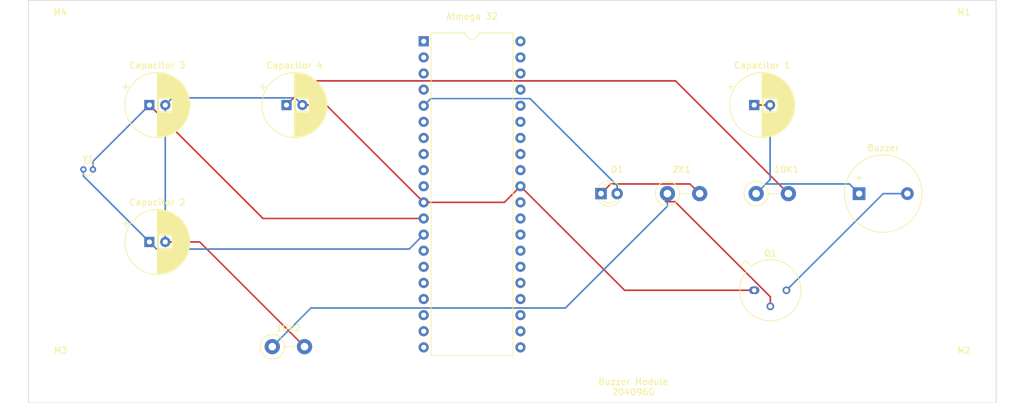
<source format=kicad_pcb>
(kicad_pcb (version 20211014) (generator pcbnew)
  (layers (0 "F.Cu" signal) (31 "B.Cu" signal) (34 "B.Paste" user) (35 "F.Paste" user) (36 "B.SilkS" user "B.Silkscreen") (37 "F.SilkS" user "F.Silkscreen") (38 "B.Mask" user) (39 "F.Mask" user) (44 "Edge.Cuts" user))
  (net 0 "")
  (net 1 "Net-(1uF1-Pad1)")
  (net 2 "Earth")
  (net 3 "Net-(2K1-Pad1)")
  (net 4 "Net-(2K1-Pad2)")
  (net 5 "+6V")
  (net 6 "Net-(22pF1-Pad1)")
  (net 7 "Net-(22pF2-Pad1)")
  (net 8 "Net-(BZ1-Pad2)")
  (net 9 "Net-(D1-Pad2)")
  (footprint "LED_THT:LED_D3.0mm" (layer "F.Cu") (at 153.67 93.98)
    (fp_text reference "D1" (at 2.54 -3.81) (layer "F.SilkS"))
    (fp_text value "LED")
    (pad "1" thru_hole rect (at 0 0) (size 1.8 1.8) (drill 0.9) (layers *.Cu *.Mask) (net 4 "Net-(2K1-Pad2)"))
    (pad "2" thru_hole circle (at 2.54 0) (size 1.8 1.8) (drill 0.9) (layers *.Cu *.Mask) (net 9 "Net-(D1-Pad2)"))
  )
  (footprint "Resistor_THT:R_Axial_DIN0411_L9.9mm_D3.6mm_P5.08mm_Vertical" (layer "F.Cu") (at 164.13 93.98)
    (fp_text reference "2K1" (at 2.24 -3.81) (layer "F.SilkS"))
    (fp_text value "Resistor 1")
    (pad "1" thru_hole circle (at 0 0) (size 2.4 2.4) (drill 1.2) (layers *.Cu *.Mask) (net 3 "Net-(2K1-Pad1)"))
    (pad "2" thru_hole oval (at 5.08 0) (size 2.4 2.4) (drill 1.2) (layers *.Cu *.Mask) (net 4 "Net-(2K1-Pad2)"))
  )
  (footprint "Resistor_THT:R_Axial_DIN0411_L9.9mm_D3.6mm_P5.08mm_Vertical" (layer "F.Cu") (at 101.9 118.11)
    (fp_text reference "10K2" (at 2.54 -2.92) (layer "F.SilkS"))
    (fp_text value "Resistor 3")
    (pad "1" thru_hole circle (at 0 0) (size 2.4 2.4) (drill 1.2) (layers *.Cu *.Mask) (net 3 "Net-(2K1-Pad1)"))
    (pad "2" thru_hole oval (at 5.08 0) (size 2.4 2.4) (drill 1.2) (layers *.Cu *.Mask) (net 2 "Earth"))
  )
  (footprint "Capacitor_THT:CP_Radial_D10.0mm_P2.50mm" (layer "F.Cu") (at 104.14 80.01)
    (fp_text reference "Capacitor 4" (at 1.25 -6.25) (layer "F.SilkS"))
    (fp_text value "1uF")
    (pad "1" thru_hole rect (at 0 0) (size 1.6 1.6) (drill 0.8) (layers *.Cu *.Mask) (net 1 "Net-(1uF1-Pad1)"))
    (pad "2" thru_hole circle (at 2.5 0) (size 1.6 1.6) (drill 0.8) (layers *.Cu *.Mask) (net 2 "Earth"))
  )
  (footprint "MountingHole:MountingHole_2.2mm_M2" (layer "F.Cu") (at 210.82 121.92)
    (fp_text reference "M2" (at 0 -3.2) (layer "F.SilkS"))
    (fp_text value "MountingHole_2.2mm_M2")
    (pad "" np_thru_hole circle (at 0 0) (size 2.2 2.2) (drill 2.2) (layers *.Cu *.Mask))
  )
  (footprint "Buzzer_Beeper:Buzzer_12x9.5RM7.6" (layer "F.Cu") (at 194.32 93.98)
    (fp_text reference "Buzzer" (at 3.8 -7.2) (layer "F.SilkS"))
    (fp_text value "Buzzer")
    (fp_text user "+" (at -0.01 -2.54) (layer "F.SilkS"))
    (pad "1" thru_hole rect (at 0 0) (size 2 2) (drill 1) (layers *.Cu *.Mask) (net 5 "+6V"))
    (pad "2" thru_hole circle (at 7.6 0) (size 2 2) (drill 1) (layers *.Cu *.Mask) (net 8 "Net-(BZ1-Pad2)"))
  )
  (footprint "Crystal:Crystal_DS10_D1.0mm_L4.3mm_Vertical" (layer "F.Cu") (at 72.16 90.17)
    (fp_text reference "Y1" (at 0.75 -1.7) (layer "F.SilkS"))
    (fp_text value "Crystal")
    (pad "1" thru_hole circle (at 0 0) (size 1 1) (drill 0.5) (layers *.Cu *.Mask) (net 6 "Net-(22pF1-Pad1)"))
    (pad "2" thru_hole circle (at 1.5 0) (size 1 1) (drill 0.5) (layers *.Cu *.Mask) (net 7 "Net-(22pF2-Pad1)"))
  )
  (footprint "Package_TO_SOT_THT:TO-39-3" (layer "F.Cu") (at 177.8 109.22)
    (fp_text reference "Q1" (at 2.54 -5.82) (layer "F.SilkS"))
    (fp_text value "NPN Transistor")
    (pad "1" thru_hole oval (at 0 0) (size 1.6 1.2) (drill 0.7) (layers *.Cu *.Mask) (net 2 "Earth"))
    (pad "2" thru_hole oval (at 2.54 2.54) (size 1.2 1.2) (drill 0.7) (layers *.Cu *.Mask) (net 3 "Net-(2K1-Pad1)"))
    (pad "3" thru_hole oval (at 5.08 0) (size 1.2 1.2) (drill 0.7) (layers *.Cu *.Mask) (net 8 "Net-(BZ1-Pad2)"))
  )
  (footprint "Package_DIP:DIP-40_W15.24mm" (layer "F.Cu") (at 125.745354 69.96)
    (fp_text reference "Atmega 32" (at 7.62 -3.92) (layer "F.SilkS"))
    (fp_text value "ATmega32A-P")
    (pad "1" thru_hole rect (at 0 0) (size 1.6 1.6) (drill 0.8) (layers *.Cu *.Mask))
    (pad "2" thru_hole oval (at 0 2.54) (size 1.6 1.6) (drill 0.8) (layers *.Cu *.Mask))
    (pad "3" thru_hole oval (at 0 5.08) (size 1.6 1.6) (drill 0.8) (layers *.Cu *.Mask))
    (pad "4" thru_hole oval (at 0 7.62) (size 1.6 1.6) (drill 0.8) (layers *.Cu *.Mask))
    (pad "5" thru_hole oval (at 0 10.16) (size 1.6 1.6) (drill 0.8) (layers *.Cu *.Mask) (net 9 "Net-(D1-Pad2)"))
    (pad "6" thru_hole oval (at 0 12.7) (size 1.6 1.6) (drill 0.8) (layers *.Cu *.Mask))
    (pad "7" thru_hole oval (at 0 15.24) (size 1.6 1.6) (drill 0.8) (layers *.Cu *.Mask))
    (pad "8" thru_hole oval (at 0 17.78) (size 1.6 1.6) (drill 0.8) (layers *.Cu *.Mask))
    (pad "9" thru_hole oval (at 0 20.32) (size 1.6 1.6) (drill 0.8) (layers *.Cu *.Mask))
    (pad "10" thru_hole oval (at 0 22.86) (size 1.6 1.6) (drill 0.8) (layers *.Cu *.Mask))
    (pad "11" thru_hole oval (at 0 25.4) (size 1.6 1.6) (drill 0.8) (layers *.Cu *.Mask) (net 2 "Earth"))
    (pad "12" thru_hole oval (at 0 27.94) (size 1.6 1.6) (drill 0.8) (layers *.Cu *.Mask) (net 7 "Net-(22pF2-Pad1)"))
    (pad "13" thru_hole oval (at 0 30.48) (size 1.6 1.6) (drill 0.8) (layers *.Cu *.Mask) (net 6 "Net-(22pF1-Pad1)"))
    (pad "14" thru_hole oval (at 0 33.02) (size 1.6 1.6) (drill 0.8) (layers *.Cu *.Mask))
    (pad "15" thru_hole oval (at 0 35.56) (size 1.6 1.6) (drill 0.8) (layers *.Cu *.Mask))
    (pad "16" thru_hole oval (at 0 38.1) (size 1.6 1.6) (drill 0.8) (layers *.Cu *.Mask))
    (pad "17" thru_hole oval (at 0 40.64) (size 1.6 1.6) (drill 0.8) (layers *.Cu *.Mask))
    (pad "18" thru_hole oval (at 0 43.18) (size 1.6 1.6) (drill 0.8) (layers *.Cu *.Mask))
    (pad "19" thru_hole oval (at 0 45.72) (size 1.6 1.6) (drill 0.8) (layers *.Cu *.Mask))
    (pad "20" thru_hole oval (at 0 48.26) (size 1.6 1.6) (drill 0.8) (layers *.Cu *.Mask))
    (pad "21" thru_hole oval (at 15.24 48.26) (size 1.6 1.6) (drill 0.8) (layers *.Cu *.Mask))
    (pad "22" thru_hole oval (at 15.24 45.72) (size 1.6 1.6) (drill 0.8) (layers *.Cu *.Mask))
    (pad "23" thru_hole oval (at 15.24 43.18) (size 1.6 1.6) (drill 0.8) (layers *.Cu *.Mask))
    (pad "24" thru_hole oval (at 15.24 40.64) (size 1.6 1.6) (drill 0.8) (layers *.Cu *.Mask))
    (pad "25" thru_hole oval (at 15.24 38.1) (size 1.6 1.6) (drill 0.8) (layers *.Cu *.Mask))
    (pad "26" thru_hole oval (at 15.24 35.56) (size 1.6 1.6) (drill 0.8) (layers *.Cu *.Mask))
    (pad "27" thru_hole oval (at 15.24 33.02) (size 1.6 1.6) (drill 0.8) (layers *.Cu *.Mask))
    (pad "28" thru_hole oval (at 15.24 30.48) (size 1.6 1.6) (drill 0.8) (layers *.Cu *.Mask))
    (pad "29" thru_hole oval (at 15.24 27.94) (size 1.6 1.6) (drill 0.8) (layers *.Cu *.Mask))
    (pad "30" thru_hole oval (at 15.24 25.4) (size 1.6 1.6) (drill 0.8) (layers *.Cu *.Mask))
    (pad "31" thru_hole oval (at 15.24 22.86) (size 1.6 1.6) (drill 0.8) (layers *.Cu *.Mask) (net 2 "Earth"))
    (pad "32" thru_hole oval (at 15.24 20.32) (size 1.6 1.6) (drill 0.8) (layers *.Cu *.Mask))
    (pad "33" thru_hole oval (at 15.24 17.78) (size 1.6 1.6) (drill 0.8) (layers *.Cu *.Mask))
    (pad "34" thru_hole oval (at 15.24 15.24) (size 1.6 1.6) (drill 0.8) (layers *.Cu *.Mask))
    (pad "35" thru_hole oval (at 15.24 12.7) (size 1.6 1.6) (drill 0.8) (layers *.Cu *.Mask))
    (pad "36" thru_hole oval (at 15.24 10.16) (size 1.6 1.6) (drill 0.8) (layers *.Cu *.Mask))
    (pad "37" thru_hole oval (at 15.24 7.62) (size 1.6 1.6) (drill 0.8) (layers *.Cu *.Mask))
    (pad "38" thru_hole oval (at 15.24 5.08) (size 1.6 1.6) (drill 0.8) (layers *.Cu *.Mask))
    (pad "39" thru_hole oval (at 15.24 2.54) (size 1.6 1.6) (drill 0.8) (layers *.Cu *.Mask))
    (pad "40" thru_hole oval (at 15.24 0) (size 1.6 1.6) (drill 0.8) (layers *.Cu *.Mask))
  )
  (footprint "MountingHole:MountingHole_2.2mm_M2" (layer "F.Cu") (at 210.82 68.58)
    (fp_text reference "M1" (at 0 -3.2) (layer "F.SilkS"))
    (fp_text value "MountingHole_2.2mm_M2")
    (pad "" np_thru_hole circle (at 0 0) (size 2.2 2.2) (drill 2.2) (layers *.Cu *.Mask))
  )
  (footprint "MountingHole:MountingHole_2.2mm_M2" (layer "F.Cu") (at 68.503658 68.563238)
    (fp_text reference "M4" (at 0 -3.2) (layer "F.SilkS"))
    (fp_text value "MountingHole_2.2mm_M2")
    (pad "" np_thru_hole circle (at 0 0) (size 2.2 2.2) (drill 2.2) (layers *.Cu *.Mask))
  )
  (footprint "Capacitor_THT:CP_Radial_D10.0mm_P2.50mm" (layer "F.Cu") (at 82.55 101.6)
    (fp_text reference "Capacitor 2" (at 1.25 -6.25) (layer "F.SilkS"))
    (fp_text value "22pF")
    (pad "1" thru_hole rect (at 0 0) (size 1.6 1.6) (drill 0.8) (layers *.Cu *.Mask) (net 6 "Net-(22pF1-Pad1)"))
    (pad "2" thru_hole circle (at 2.5 0) (size 1.6 1.6) (drill 0.8) (layers *.Cu *.Mask) (net 2 "Earth"))
  )
  (footprint "Resistor_THT:R_Axial_DIN0411_L9.9mm_D3.6mm_P5.08mm_Vertical" (layer "F.Cu") (at 178.1 93.98)
    (fp_text reference "10K1" (at 4.78 -3.81) (layer "F.SilkS"))
    (fp_text value "Resistor 2")
    (pad "1" thru_hole circle (at 0 0) (size 2.4 2.4) (drill 1.2) (layers *.Cu *.Mask) (net 5 "+6V"))
    (pad "2" thru_hole oval (at 5.08 0) (size 2.4 2.4) (drill 1.2) (layers *.Cu *.Mask) (net 1 "Net-(1uF1-Pad1)"))
  )
  (footprint "Capacitor_THT:CP_Radial_D10.0mm_P2.50mm" (layer "F.Cu") (at 177.8 80.01)
    (fp_text reference "Capacitor 1" (at 1.25 -6.25) (layer "F.SilkS"))
    (fp_text value "4.7uF")
    (pad "1" thru_hole rect (at 0 0) (size 1.6 1.6) (drill 0.8) (layers *.Cu *.Mask) (net 5 "+6V"))
    (pad "2" thru_hole circle (at 2.5 0) (size 1.6 1.6) (drill 0.8) (layers *.Cu *.Mask) (net 5 "+6V"))
  )
  (footprint "Capacitor_THT:CP_Radial_D10.0mm_P2.50mm" (layer "F.Cu") (at 82.55 80.01)
    (fp_text reference "Capacitor 3" (at 1.25 -6.25) (layer "F.SilkS"))
    (fp_text value "22pF")
    (pad "1" thru_hole rect (at 0 0) (size 1.6 1.6) (drill 0.8) (layers *.Cu *.Mask) (net 7 "Net-(22pF2-Pad1)"))
    (pad "2" thru_hole circle (at 2.5 0) (size 1.6 1.6) (drill 0.8) (layers *.Cu *.Mask) (net 2 "Earth"))
  )
  (footprint "MountingHole:MountingHole_2.2mm_M2" (layer "F.Cu") (at 68.58 121.92)
    (fp_text reference "M3" (at 0 -3.2) (layer "F.SilkS"))
    (fp_text value "MountingHole_2.2mm_M2")
    (pad "" np_thru_hole circle (at 0 0) (size 2.2 2.2) (drill 2.2) (layers *.Cu *.Mask))
  )
  (gr_line (start 215.9 63.5) (end 215.9 127) (layer "Edge.Cuts") (width 0.1))
  (gr_line (start 63.5 63.5) (end 215.9 63.5) (layer "Edge.Cuts") (width 0.1))
  (gr_line (start 215.9 127) (end 63.5 127) (layer "Edge.Cuts") (width 0.1))
  (gr_line (start 63.5 127) (end 63.5 63.5) (layer "Edge.Cuts") (width 0.1))
  (gr_text "Buzzer Module\n204096G" (at 158.75 124.46) (layer "F.SilkS") (effects (font (size 1 1))))
  (segment (start 165.4 76.2) (end 107.95 76.2) (width 0.25) (layer "F.Cu") (net 1))
  (segment (start 183.18 93.98) (end 165.4 76.2) (width 0.25) (layer "F.Cu") (net 1))
  (segment (start 107.95 76.2) (end 104.14 80.01) (width 0.25) (layer "F.Cu") (net 1))
  (segment (start 110.395354 80.01) (end 125.745354 95.36) (width 0.25) (layer "F.Cu") (net 2))
  (segment (start 85.05 101.6) (end 90.47 101.6) (width 0.25) (layer "F.Cu") (net 2))
  (segment (start 138.445354 95.36) (end 140.985354 92.82) (width 0.25) (layer "F.Cu") (net 2))
  (segment (start 177.8 109.22) (end 157.385354 109.22) (width 0.25) (layer "F.Cu") (net 2))
  (segment (start 125.745354 95.36) (end 138.445354 95.36) (width 0.25) (layer "F.Cu") (net 2))
  (segment (start 106.64 80.01) (end 110.395354 80.01) (width 0.25) (layer "F.Cu") (net 2))
  (segment (start 157.385354 109.22) (end 140.985354 92.82) (width 0.25) (layer "F.Cu") (net 2))
  (segment (start 90.47 101.6) (end 106.98 118.11) (width 0.25) (layer "F.Cu") (net 2))
  (segment (start 85.05 101.6) (end 85.05 80.01) (width 0.25) (layer "B.Cu") (net 2))
  (segment (start 106.64 80.01) (end 105.515489 78.885489) (width 0.25) (layer "B.Cu") (net 2))
  (segment (start 86.174511 78.885489) (end 85.05 80.01) (width 0.25) (layer "B.Cu") (net 2))
  (segment (start 105.515489 78.885489) (end 86.174511 78.885489) (width 0.25) (layer "B.Cu") (net 2))
  (segment (start 180.34 111.76) (end 180.34 110.252532) (width 0.25) (layer "F.Cu") (net 3))
  (segment (start 180.34 110.252532) (end 165.337468 95.25) (width 0.25) (layer "F.Cu") (net 3))
  (segment (start 165.337468 95.25) (end 163.83 95.25) (width 0.25) (layer "F.Cu") (net 3))
  (segment (start 148.068542 112.015489) (end 164.13 95.954031) (width 0.25) (layer "B.Cu") (net 3))
  (segment (start 101.9 118.11) (end 107.994511 112.015489) (width 0.25) (layer "B.Cu") (net 3))
  (segment (start 164.13 95.954031) (end 164.13 93.98) (width 0.25) (layer "B.Cu") (net 3))
  (segment (start 107.994511 112.015489) (end 148.068542 112.015489) (width 0.25) (layer "B.Cu") (net 3))
  (segment (start 167.685489 92.455489) (end 155.194511 92.455489) (width 0.25) (layer "F.Cu") (net 4))
  (segment (start 169.21 93.98) (end 167.685489 92.455489) (width 0.25) (layer "F.Cu") (net 4))
  (segment (start 155.194511 92.455489) (end 153.67 93.98) (width 0.25) (layer "F.Cu") (net 4))
  (segment (start 177.8 80.01) (end 180.3 80.01) (width 0.25) (layer "F.Cu") (net 5))
  (segment (start 180.3 80.01) (end 180.3 91.78) (width 0.25) (layer "B.Cu") (net 5))
  (segment (start 192.795489 92.455489) (end 179.624511 92.455489) (width 0.25) (layer "B.Cu") (net 5))
  (segment (start 180.3 91.78) (end 179.624511 92.455489) (width 0.25) (layer "B.Cu") (net 5))
  (segment (start 194.32 93.98) (end 192.795489 92.455489) (width 0.25) (layer "B.Cu") (net 5))
  (segment (start 179.624511 92.455489) (end 178.1 93.98) (width 0.25) (layer "B.Cu") (net 5))
  (segment (start 82.55 101.6) (end 72.16 91.21) (width 0.25) (layer "B.Cu") (net 6))
  (segment (start 123.460843 102.724511) (end 125.745354 100.44) (width 0.25) (layer "B.Cu") (net 6))
  (segment (start 83.674511 102.724511) (end 123.460843 102.724511) (width 0.25) (layer "B.Cu") (net 6))
  (segment (start 82.55 101.6) (end 83.674511 102.724511) (width 0.25) (layer "B.Cu") (net 6))
  (segment (start 72.16 91.21) (end 72.16 90.17) (width 0.25) (layer "B.Cu") (net 6))
  (segment (start 82.55 80.01) (end 100.44 97.9) (width 0.25) (layer "F.Cu") (net 7))
  (segment (start 100.44 97.9) (end 125.745354 97.9) (width 0.25) (layer "F.Cu") (net 7))
  (segment (start 73.66 88.9) (end 82.55 80.01) (width 0.25) (layer "B.Cu") (net 7))
  (segment (start 73.66 90.17) (end 73.66 88.9) (width 0.25) (layer "B.Cu") (net 7))
  (segment (start 198.12 93.98) (end 201.92 93.98) (width 0.25) (layer "B.Cu") (net 8))
  (segment (start 182.88 109.22) (end 198.12 93.98) (width 0.25) (layer "B.Cu") (net 8))
  (segment (start 142.498281 78.995489) (end 126.869865 78.995489) (width 0.25) (layer "B.Cu") (net 9))
  (segment (start 156.21 92.707208) (end 142.498281 78.995489) (width 0.25) (layer "B.Cu") (net 9))
  (segment (start 156.21 93.98) (end 156.21 92.707208) (width 0.25) (layer "B.Cu") (net 9))
  (segment (start 126.869865 78.995489) (end 125.745354 80.12) (width 0.25) (layer "B.Cu") (net 9))
)
</source>
